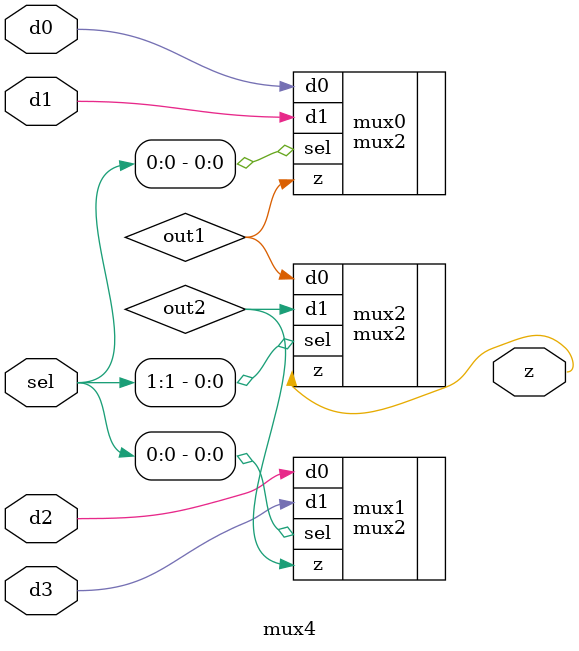
<source format=sv>
module mux4 (
    input logic d0,          // Data input 0
    input logic d1,          // Data input 1
    input logic d2,          // Data input 2
    input logic d3,          // Data input 3
    input logic [1:0] sel,   // Select input
    output logic z           // Output
);

// Put your code here
// ------------------
mux2 mux0(.sel (sel[0]) , .d0(d0) , .d1(d1) , .z(out1) );
mux2 mux1(.sel (sel[0]) , .d0(d2) , .d1(d3) , .z(out2) );
mux2 mux2(.sel (sel[1]) , .d0(out1) , .d1(out2) , .z(z) );

// End of your code

endmodule

</source>
